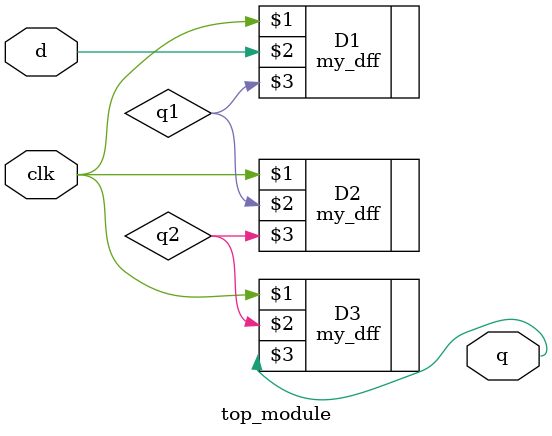
<source format=v>

/*You are given a module my_dff with two inputs and one output (that implements a D flip-flop).
  Instantiate three of them, then chain them together to make a shift register of length 3.
  The clk port needs to be connected to all instances.  */

module top_module ( input clk, input d, output q );
    wire q1, q2;
    my_dff D1(clk, d, q1);
    my_dff D2(clk, q1, q2);
    my_dff D3(clk, q2, q);

endmodule

</source>
